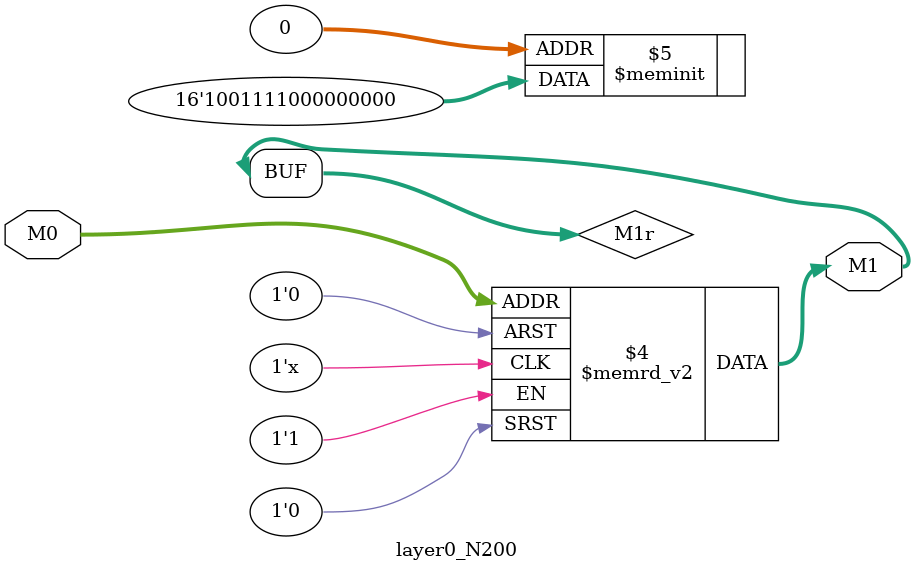
<source format=v>
module layer0_N200 ( input [2:0] M0, output [1:0] M1 );

	(*rom_style = "distributed" *) reg [1:0] M1r;
	assign M1 = M1r;
	always @ (M0) begin
		case (M0)
			3'b000: M1r = 2'b00;
			3'b100: M1r = 2'b10;
			3'b010: M1r = 2'b00;
			3'b110: M1r = 2'b01;
			3'b001: M1r = 2'b00;
			3'b101: M1r = 2'b11;
			3'b011: M1r = 2'b00;
			3'b111: M1r = 2'b10;

		endcase
	end
endmodule

</source>
